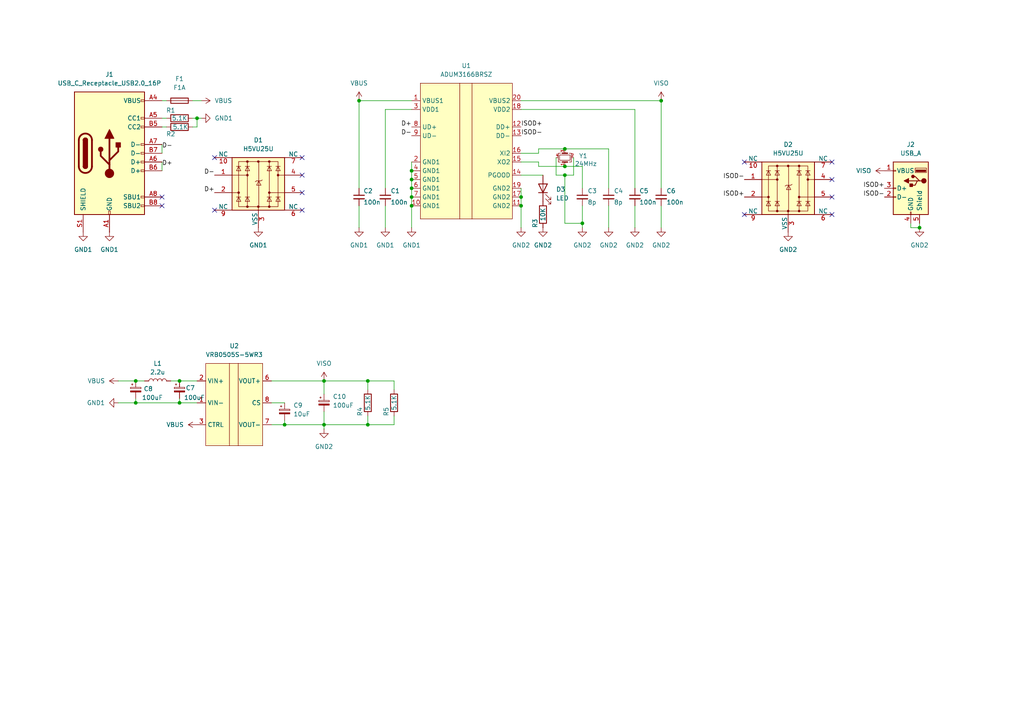
<source format=kicad_sch>
(kicad_sch (version 20231120) (generator "eeschema") (generator_version "8.0")
  (paper "A4")
  (lib_symbols
    (symbol "Connector:USB_A" (pin_names (offset 1.016))
      (property "Reference" "J" (at -5.08 11.43 0))
      (property "Value" "USB_A" (at -5.08 8.89 0))
      (symbol "USB_A_0_1"
        (rectangle (start -5.08 -7.62) (end 5.08 7.62) (stroke (width 0.254)) (fill (type background)))
        (circle (center -3.81 2.159) (radius 0.635) (stroke (width 0.254)) (fill (type outline)))
        (rectangle (start -1.524 4.826) (end -4.318 5.334) (fill (type outline)))
        (rectangle (start -1.27 4.572) (end -4.572 5.842))
        (circle (center -0.635 3.429) (radius 0.381) (stroke (width 0.254)) (fill (type outline)))
        (rectangle (start -0.127 -7.62) (end 0.127 -6.858))
        (polyline (pts (xy -3.175 2.159) (xy -2.54 2.159) (xy -1.27 3.429) (xy -0.635 3.429)) (stroke (width 0.254)))
        (polyline (pts (xy -2.54 2.159) (xy -1.905 2.159) (xy -1.27 0.889) (xy 0 0.889)) (stroke (width 0.254)))
        (polyline (pts (xy 0.635 2.794) (xy 0.635 1.524) (xy 1.905 2.159) (xy 0.635 2.794)) (stroke (width 0.254)) (fill (type outline)))
        (rectangle (start 0.254 1.27) (end -0.508 0.508) (stroke (width 0.254)) (fill (type outline)))
        (rectangle (start 5.08 -2.667) (end 4.318 -2.413))
        (rectangle (start 5.08 -0.127) (end 4.318 0.127))
        (rectangle (start 5.08 4.953) (end 4.318 5.207))
      )
      (symbol "USB_A_1_1"
        (polyline (pts (xy -1.905 2.159) (xy 0.635 2.159)) (stroke (width 0.254)))
        (pin power_in line (at 7.62 5.08 180) (length 2.54) (name "VBUS") (number "1"))
        (pin bidirectional line (at 7.62 -2.54 180) (length 2.54) (name "D-") (number "2"))
        (pin bidirectional line (at 7.62 0 180) (length 2.54) (name "D+") (number "3"))
        (pin power_in line (at 0 -10.16 90) (length 2.54) (name "GND") (number "4"))
        (pin passive line (at -2.54 -10.16 90) (length 2.54) (name "Shield") (number "5"))
      )
    )
    (symbol "Connector:USB_C_Receptacle_USB2.0_16P" (pin_names (offset 1.016))
      (property "Reference" "J" (at 0 22.225 0))
      (property "Value" "USB_C_Receptacle_USB2.0_16P" (at 0 19.685 0))
      (symbol "USB_C_Receptacle_USB2.0_16P_0_0"
        (rectangle (start -0.254 -17.78) (end 0.254 -16.764))
        (rectangle (start 10.16 -14.986) (end 9.144 -15.494))
        (rectangle (start 10.16 -12.446) (end 9.144 -12.954))
        (rectangle (start 10.16 -4.826) (end 9.144 -5.334))
        (rectangle (start 10.16 -2.286) (end 9.144 -2.794))
        (rectangle (start 10.16 0.254) (end 9.144 -0.254))
        (rectangle (start 10.16 2.794) (end 9.144 2.286))
        (rectangle (start 10.16 7.874) (end 9.144 7.366))
        (rectangle (start 10.16 10.414) (end 9.144 9.906))
        (rectangle (start 10.16 15.494) (end 9.144 14.986))
      )
      (symbol "USB_C_Receptacle_USB2.0_16P_0_1"
        (rectangle (start -10.16 17.78) (end 10.16 -17.78) (stroke (width 0.254)) (fill (type background)))
        (arc (start -8.89 -3.81) (mid -6.985 -5.7067) (end -5.08 -3.81) (stroke (width 0.508)))
        (arc (start -7.62 -3.81) (mid -6.985 -4.4423) (end -6.35 -3.81) (stroke (width 0.254)))
        (arc (start -7.62 -3.81) (mid -6.985 -4.4423) (end -6.35 -3.81) (stroke (width 0.254)) (fill (type outline)))
        (rectangle (start -7.62 -3.81) (end -6.35 3.81) (stroke (width 0.254)) (fill (type outline)))
        (arc (start -6.35 3.81) (mid -6.985 4.4423) (end -7.62 3.81) (stroke (width 0.254)))
        (arc (start -6.35 3.81) (mid -6.985 4.4423) (end -7.62 3.81) (stroke (width 0.254)) (fill (type outline)))
        (arc (start -5.08 3.81) (mid -6.985 5.7067) (end -8.89 3.81) (stroke (width 0.508)))
        (circle (center -2.54 1.143) (radius 0.635) (stroke (width 0.254)) (fill (type outline)))
        (circle (center 0 -5.842) (radius 1.27) (fill (type outline)))
        (polyline (pts (xy -8.89 -3.81) (xy -8.89 3.81)) (stroke (width 0.508)))
        (polyline (pts (xy -5.08 3.81) (xy -5.08 -3.81)) (stroke (width 0.508)))
        (polyline (pts (xy 0 -5.842) (xy 0 4.318)) (stroke (width 0.508)))
        (polyline (pts (xy 0 -3.302) (xy -2.54 -0.762) (xy -2.54 0.508)) (stroke (width 0.508)))
        (polyline (pts (xy 0 -2.032) (xy 2.54 0.508) (xy 2.54 1.778)) (stroke (width 0.508)))
        (polyline (pts (xy -1.27 4.318) (xy 0 6.858) (xy 1.27 4.318) (xy -1.27 4.318)) (stroke (width 0.254)) (fill (type outline)))
        (rectangle (start 1.905 1.778) (end 3.175 3.048) (stroke (width 0.254)) (fill (type outline)))
      )
      (symbol "USB_C_Receptacle_USB2.0_16P_1_1"
        (pin passive line (at 0 -22.86 90) (length 5.08) (name "GND") (number "A1"))
        (pin passive line (at 0 -22.86 90) (length 5.08) hide (name "GND") (number "A12"))
        (pin passive line (at 15.24 15.24 180) (length 5.08) (name "VBUS") (number "A4"))
        (pin bidirectional line (at 15.24 10.16 180) (length 5.08) (name "CC1") (number "A5"))
        (pin bidirectional line (at 15.24 -2.54 180) (length 5.08) (name "D+") (number "A6"))
        (pin bidirectional line (at 15.24 2.54 180) (length 5.08) (name "D-") (number "A7"))
        (pin bidirectional line (at 15.24 -12.7 180) (length 5.08) (name "SBU1") (number "A8"))
        (pin passive line (at 15.24 15.24 180) (length 5.08) hide (name "VBUS") (number "A9"))
        (pin passive line (at 0 -22.86 90) (length 5.08) hide (name "GND") (number "B1"))
        (pin passive line (at 0 -22.86 90) (length 5.08) hide (name "GND") (number "B12"))
        (pin passive line (at 15.24 15.24 180) (length 5.08) hide (name "VBUS") (number "B4"))
        (pin bidirectional line (at 15.24 7.62 180) (length 5.08) (name "CC2") (number "B5"))
        (pin bidirectional line (at 15.24 -5.08 180) (length 5.08) (name "D+") (number "B6"))
        (pin bidirectional line (at 15.24 0 180) (length 5.08) (name "D-") (number "B7"))
        (pin bidirectional line (at 15.24 -15.24 180) (length 5.08) (name "SBU2") (number "B8"))
        (pin passive line (at 15.24 15.24 180) (length 5.08) hide (name "VBUS") (number "B9"))
        (pin passive line (at -7.62 -22.86 90) (length 5.08) (name "SHIELD") (number "S1"))
      )
    )
    (symbol "Device:C_Polarized_Small" (pin_numbers hide) (pin_names (offset 0.254) hide)
      (property "Reference" "C" (at 0.254 1.778 0))
      (property "Value" "C_Polarized_Small" (at 0.254 -2.032 0))
      (symbol "C_Polarized_Small_0_1"
        (rectangle (start -1.524 -0.3048) (end 1.524 -0.6858) (fill (type outline)))
        (rectangle (start -1.524 0.6858) (end 1.524 0.3048))
        (polyline (pts (xy -1.27 1.524) (xy -0.762 1.524)))
        (polyline (pts (xy -1.016 1.27) (xy -1.016 1.778)))
      )
      (symbol "C_Polarized_Small_1_1"
        (pin passive line (at 0 2.54 270) (length 1.8542) (name "~") (number "1"))
        (pin passive line (at 0 -2.54 90) (length 1.8542) (name "~") (number "2"))
      )
    )
    (symbol "Device:C_Small" (pin_numbers hide) (pin_names (offset 0.254) hide)
      (property "Reference" "C" (at 0.254 1.778 0))
      (property "Value" "C_Small" (at 0.254 -2.032 0))
      (symbol "C_Small_0_1"
        (polyline (pts (xy -1.524 -0.508) (xy 1.524 -0.508)) (stroke (width 0.3302)))
        (polyline (pts (xy -1.524 0.508) (xy 1.524 0.508)) (stroke (width 0.3048)))
      )
      (symbol "C_Small_1_1"
        (pin passive line (at 0 2.54 270) (length 2.032) (name "~") (number "1"))
        (pin passive line (at 0 -2.54 90) (length 2.032) (name "~") (number "2"))
      )
    )
    (symbol "Device:Crystal_GND24_Small" (pin_names (offset 1.016) hide)
      (property "Reference" "Y" (at 1.27 4.445 0))
      (property "Value" "Crystal_GND24_Small" (at 1.27 2.54 0))
      (symbol "Crystal_GND24_Small_0_1"
        (rectangle (start -0.762 -1.524) (end 0.762 1.524))
        (polyline (pts (xy -1.27 -0.762) (xy -1.27 0.762)) (stroke (width 0.381)))
        (polyline (pts (xy 1.27 -0.762) (xy 1.27 0.762)) (stroke (width 0.381)))
        (polyline (pts (xy -1.27 -1.27) (xy -1.27 -1.905) (xy 1.27 -1.905) (xy 1.27 -1.27)))
        (polyline (pts (xy -1.27 1.27) (xy -1.27 1.905) (xy 1.27 1.905) (xy 1.27 1.27)))
      )
      (symbol "Crystal_GND24_Small_1_1"
        (pin passive line (at -2.54 0 0) (length 1.27) (name "1") (number "1"))
        (pin passive line (at 0 -2.54 90) (length 0.635) (name "2") (number "2"))
        (pin passive line (at 2.54 0 180) (length 1.27) (name "3") (number "3"))
        (pin passive line (at 0 2.54 270) (length 0.635) (name "4") (number "4"))
      )
    )
    (symbol "Device:Fuse" (pin_numbers hide) (pin_names (offset 0))
      (property "Reference" "F" (at 2.032 0 90))
      (property "Value" "Fuse" (at -1.905 0 90))
      (symbol "Fuse_0_1"
        (rectangle (start -0.762 -2.54) (end 0.762 2.54) (stroke (width 0.254)))
        (polyline (pts (xy 0 2.54) (xy 0 -2.54)))
      )
      (symbol "Fuse_1_1"
        (pin passive line (at 0 3.81 270) (length 1.27) (name "~") (number "1"))
        (pin passive line (at 0 -3.81 90) (length 1.27) (name "~") (number "2"))
      )
    )
    (symbol "Device:L" (pin_numbers hide) (pin_names (offset 1.016) hide)
      (property "Reference" "L" (at -1.27 0 90))
      (property "Value" "L" (at 1.905 0 90))
      (symbol "L_0_1"
        (arc (start 0 -2.54) (mid 0.6323 -1.905) (end 0 -1.27))
        (arc (start 0 -1.27) (mid 0.6323 -0.635) (end 0 0))
        (arc (start 0 0) (mid 0.6323 0.635) (end 0 1.27))
        (arc (start 0 1.27) (mid 0.6323 1.905) (end 0 2.54))
      )
      (symbol "L_1_1"
        (pin passive line (at 0 3.81 270) (length 1.27) (name "1") (number "1"))
        (pin passive line (at 0 -3.81 90) (length 1.27) (name "2") (number "2"))
      )
    )
    (symbol "Device:LED" (pin_numbers hide) (pin_names (offset 1.016) hide)
      (property "Reference" "D" (at 0 2.54 0))
      (property "Value" "LED" (at 0 -2.54 0))
      (symbol "LED_0_1"
        (polyline (pts (xy -1.27 -1.27) (xy -1.27 1.27)) (stroke (width 0.254)))
        (polyline (pts (xy -1.27 0) (xy 1.27 0)))
        (polyline (pts (xy 1.27 -1.27) (xy 1.27 1.27) (xy -1.27 0) (xy 1.27 -1.27)) (stroke (width 0.254)))
        (polyline (pts (xy -3.048 -0.762) (xy -4.572 -2.286) (xy -3.81 -2.286) (xy -4.572 -2.286) (xy -4.572 -1.524)))
        (polyline (pts (xy -1.778 -0.762) (xy -3.302 -2.286) (xy -2.54 -2.286) (xy -3.302 -2.286) (xy -3.302 -1.524)))
      )
      (symbol "LED_1_1"
        (pin passive line (at -3.81 0 0) (length 2.54) (name "K") (number "1"))
        (pin passive line (at 3.81 0 180) (length 2.54) (name "A") (number "2"))
      )
    )
    (symbol "Device:R" (pin_numbers hide) (pin_names (offset 0))
      (property "Reference" "R" (at 2.032 0 90))
      (property "Value" "R" (at 0 0 90))
      (symbol "R_0_1"
        (rectangle (start -1.016 -2.54) (end 1.016 2.54) (stroke (width 0.254)))
      )
      (symbol "R_1_1"
        (pin passive line (at 0 3.81 270) (length 1.27) (name "~") (number "1"))
        (pin passive line (at 0 -3.81 90) (length 1.27) (name "~") (number "2"))
      )
    )
    (symbol "Power_Protection:D3V3XA4B10LP" (pin_names (offset 0))
      (property "Reference" "U" (at -0.635 8.89 0))
      (property "Value" "D3V3XA4B10LP" (at 8.89 -10.16 0))
      (symbol "D3V3XA4B10LP_0_0"
        (rectangle (start -5.715 6.477) (end 5.715 -6.604))
        (polyline (pts (xy -3.175 -6.604) (xy -3.175 6.477)))
        (polyline (pts (xy 0.127 6.477) (xy 0.127 -6.604)))
        (polyline (pts (xy 3.175 6.477) (xy 3.175 -6.604)))
      )
      (symbol "D3V3XA4B10LP_0_1"
        (rectangle (start -7.62 7.62) (end 7.62 -7.62) (stroke (width 0.254)) (fill (type background)))
        (circle (center -5.715 -2.54) (radius 0.2794) (fill (type outline)))
        (circle (center -3.175 -6.604) (radius 0.2794) (fill (type outline)))
        (circle (center -3.175 2.54) (radius 0.2794) (fill (type outline)))
        (circle (center -3.175 6.477) (radius 0.2794) (fill (type outline)))
        (circle (center 0 -6.604) (radius 0.2794) (fill (type outline)))
        (polyline (pts (xy -7.747 2.54) (xy -3.175 2.54)))
        (polyline (pts (xy -7.62 -2.54) (xy -5.715 -2.54)))
        (polyline (pts (xy -5.08 -3.81) (xy -6.35 -3.81)))
        (polyline (pts (xy -5.08 5.08) (xy -6.35 5.08)))
        (polyline (pts (xy -2.54 -3.81) (xy -3.81 -3.81)))
        (polyline (pts (xy -2.54 5.08) (xy -3.81 5.08)))
        (polyline (pts (xy -0.508 0.889) (xy -0.889 0.635)))
        (polyline (pts (xy 0 -6.604) (xy 0 -7.62)))
        (polyline (pts (xy 0.762 0.889) (xy -0.508 0.889)))
        (polyline (pts (xy 0.762 0.889) (xy 1.143 1.143)))
        (polyline (pts (xy 3.81 -3.81) (xy 2.54 -3.81)))
        (polyline (pts (xy 3.81 5.08) (xy 2.54 5.08)))
        (polyline (pts (xy 6.35 -3.81) (xy 5.08 -3.81)))
        (polyline (pts (xy 6.35 5.08) (xy 5.08 5.08)))
        (polyline (pts (xy 7.62 -2.54) (xy 3.175 -2.54)))
        (polyline (pts (xy 7.62 2.54) (xy 5.715 2.54)))
        (polyline (pts (xy -5.08 -5.08) (xy -6.35 -5.08) (xy -5.715 -3.81) (xy -5.08 -5.08)))
        (polyline (pts (xy -5.08 3.81) (xy -6.35 3.81) (xy -5.715 5.08) (xy -5.08 3.81)))
        (polyline (pts (xy -2.54 -5.08) (xy -3.81 -5.08) (xy -3.175 -3.81) (xy -2.54 -5.08)))
        (polyline (pts (xy -2.54 3.81) (xy -3.81 3.81) (xy -3.175 5.08) (xy -2.54 3.81)))
        (polyline (pts (xy 0.762 -0.381) (xy -0.508 -0.381) (xy 0.127 0.889) (xy 0.762 -0.381)))
        (polyline (pts (xy 3.81 -5.08) (xy 2.54 -5.08) (xy 3.175 -3.81) (xy 3.81 -5.08)))
        (polyline (pts (xy 3.81 3.81) (xy 2.54 3.81) (xy 3.175 5.08) (xy 3.81 3.81)))
        (polyline (pts (xy 6.35 -5.08) (xy 5.08 -5.08) (xy 5.715 -3.81) (xy 6.35 -5.08)))
        (polyline (pts (xy 6.35 3.81) (xy 5.08 3.81) (xy 5.715 5.08) (xy 6.35 3.81)))
        (circle (center 0 6.477) (radius 0.2794) (fill (type outline)))
        (circle (center 3.175 -6.604) (radius 0.2794) (fill (type outline)))
        (circle (center 3.175 -2.54) (radius 0.2794) (fill (type outline)))
        (circle (center 3.175 6.477) (radius 0.2794) (fill (type outline)))
        (circle (center 5.715 2.54) (radius 0.2794) (fill (type outline)))
      )
      (symbol "D3V3XA4B10LP_1_1"
        (pin passive line (at -12.7 2.54 0) (length 5.08) (name "~") (number "1"))
        (pin free line (at -12.7 7.62 0) (length 5.08) (name "NC") (number "10"))
        (pin passive line (at -12.7 -2.54 0) (length 5.08) (name "~") (number "2"))
        (pin power_in line (at 0 -12.7 90) (length 5.08) (name "VSS") (number "3"))
        (pin passive line (at 12.7 2.54 180) (length 5.08) (name "~") (number "4"))
        (pin passive line (at 12.7 -2.54 180) (length 5.08) (name "~") (number "5"))
        (pin free line (at 12.7 -7.62 180) (length 5.08) (name "NC") (number "6"))
        (pin free line (at 12.7 7.62 180) (length 5.08) (name "NC") (number "7"))
        (pin passive line (at 0 -12.7 90) (length 5.08) hide (name "VSS") (number "8"))
        (pin free line (at -12.7 -7.62 0) (length 5.08) (name "NC") (number "9"))
      )
    )
    (symbol "Symbols:ADUM3166BRSZ"
      (property "Reference" "U" (at 1.016 1.27 0))
      (property "Value" "ADUM3166BRSZ" (at 19.304 -40.894 0))
      (symbol "ADUM3166BRSZ_1_1"
        (polyline (pts (xy 11.43 0) (xy 11.43 -39.37)))
        (polyline (pts (xy 14.986 0) (xy 14.986 -39.37)))
        (rectangle (start 0 0) (end 26.67 -39.37) (fill (type background)))
        (pin power_in line (at -2.54 -5.08 0) (length 2.54) (name "VBUS1") (number "1"))
        (pin power_in line (at -2.54 -35.56 0) (length 2.54) (name "GND1") (number "10"))
        (pin power_in line (at 29.21 -35.56 180) (length 2.54) (name "GND2") (number "11"))
        (pin bidirectional line (at 29.21 -12.7 180) (length 2.54) (name "DD+") (number "12"))
        (pin bidirectional line (at 29.21 -15.24 180) (length 2.54) (name "DD-") (number "13"))
        (pin output line (at 29.21 -26.67 180) (length 2.54) (name "PGOOD") (number "14"))
        (pin bidirectional line (at 29.21 -22.86 180) (length 2.54) (name "XO2") (number "15"))
        (pin bidirectional line (at 29.21 -20.32 180) (length 2.54) (name "XI2") (number "16"))
        (pin power_in line (at 29.21 -33.02 180) (length 2.54) (name "GND2") (number "17"))
        (pin bidirectional line (at 29.21 -7.62 180) (length 2.54) (name "VDD2") (number "18"))
        (pin power_in line (at 29.21 -30.48 180) (length 2.54) (name "GND2") (number "19"))
        (pin power_in line (at -2.54 -22.86 0) (length 2.54) (name "GND1") (number "2"))
        (pin power_in line (at 29.21 -5.08 180) (length 2.54) (name "VBUS2") (number "20"))
        (pin bidirectional line (at -2.54 -7.62 0) (length 2.54) (name "VDD1") (number "3"))
        (pin power_in line (at -2.54 -25.4 0) (length 2.54) (name "GND1") (number "4"))
        (pin power_in line (at -2.54 -27.94 0) (length 2.54) (name "GND1") (number "5"))
        (pin power_in line (at -2.54 -30.48 0) (length 2.54) (name "GND1") (number "6"))
        (pin power_in line (at -2.54 -33.02 0) (length 2.54) (name "GND1") (number "7"))
        (pin bidirectional line (at -2.54 -12.7 0) (length 2.54) (name "UD+") (number "8"))
        (pin bidirectional line (at -2.54 -15.24 0) (length 2.54) (name "UD-") (number "9"))
      )
    )
    (symbol "Symbols:VRB0505S-5WR3"
      (property "Reference" "U" (at 0.508 1.016 0))
      (property "Value" "VRB0505S-5WR3" (at 8.128 -25.4 0))
      (symbol "VRB0505S-5WR3_1_1"
        (polyline (pts (xy 6.858 0) (xy 6.858 -23.876)))
        (polyline (pts (xy 9.398 0) (xy 9.398 -23.876)))
        (rectangle (start 0 0) (end 16.51 -23.876) (fill (type background)))
        (pin power_in line (at -2.54 -11.43 0) (length 2.54) (name "VIN-") (number "1"))
        (pin power_in line (at -2.54 -5.08 0) (length 2.54) (name "VIN+") (number "2"))
        (pin input line (at -2.54 -17.78 0) (length 2.54) (name "CTRL") (number "3"))
        (pin power_out line (at 19.05 -5.08 180) (length 2.54) (name "VOUT+") (number "6"))
        (pin power_out line (at 19.05 -17.78 180) (length 2.54) (name "VOUT-") (number "7"))
        (pin bidirectional line (at 19.05 -11.43 180) (length 2.54) (name "CS") (number "8"))
      )
    )
    (symbol "power:GND1" (power) (pin_numbers hide) (pin_names (offset 0) hide)
      (property "Value" "GND1" (at 0 -3.81 0))
      (symbol "GND1_0_1"
        (polyline (pts (xy 0 0) (xy 0 -1.27) (xy 1.27 -1.27) (xy 0 -2.54) (xy -1.27 -1.27) (xy 0 -1.27)))
      )
      (symbol "GND1_1_1"
        (pin power_in line (at 0 0 270) (length 0) (name "~") (number "1"))
      )
    )
    (symbol "power:GND2" (power) (pin_numbers hide) (pin_names (offset 0) hide)
      (property "Value" "GND2" (at 0 -3.81 0))
      (symbol "GND2_0_1"
        (polyline (pts (xy 0 0) (xy 0 -1.27) (xy 1.27 -1.27) (xy 0 -2.54) (xy -1.27 -1.27) (xy 0 -1.27)))
      )
      (symbol "GND2_1_1"
        (pin power_in line (at 0 0 270) (length 0) (name "~") (number "1"))
      )
    )
    (symbol "power:VBUS" (power) (pin_numbers hide) (pin_names (offset 0) hide)
      (property "Value" "VBUS" (at 0 3.556 0))
      (symbol "VBUS_0_1"
        (polyline (pts (xy -0.762 1.27) (xy 0 2.54)))
        (polyline (pts (xy 0 0) (xy 0 2.54)))
        (polyline (pts (xy 0 2.54) (xy 0.762 1.27)))
      )
      (symbol "VBUS_1_1"
        (pin power_in line (at 0 0 90) (length 0) (name "~") (number "1"))
      )
    )
  )
  (junction (at 39.37 116.84))
  (junction (at 151.13 57.15))
  (junction (at 119.38 57.15))
  (junction (at 106.68 123.19))
  (junction (at 163.83 48.26))
  (junction (at 163.83 50.8))
  (junction (at 119.38 54.61))
  (junction (at 57.15 34.29))
  (junction (at 82.55 123.19))
  (junction (at 119.38 52.07))
  (junction (at 39.37 110.49))
  (junction (at 119.38 49.53))
  (junction (at 163.83 43.18))
  (junction (at 52.07 116.84))
  (junction (at 168.91 64.77))
  (junction (at 106.68 110.49))
  (junction (at 52.07 110.49))
  (junction (at 93.98 123.19))
  (junction (at 266.7 66.04))
  (junction (at 191.77 29.21))
  (junction (at 119.38 59.69))
  (junction (at 151.13 59.69))
  (junction (at 104.14 29.21))
  (junction (at 93.98 110.49))
  (no_connect (at 241.3 52.07))
  (no_connect (at 87.63 50.8))
  (no_connect (at 241.3 46.99))
  (no_connect (at 62.23 45.72))
  (no_connect (at 215.9 46.99))
  (no_connect (at 46.99 57.15))
  (no_connect (at 241.3 57.15))
  (no_connect (at 87.63 45.72))
  (no_connect (at 62.23 60.96))
  (no_connect (at 87.63 60.96))
  (no_connect (at 215.9 62.23))
  (no_connect (at 46.99 59.69))
  (no_connect (at 87.63 55.88))
  (no_connect (at 241.3 62.23))
  (wire (pts (xy 111.76 66.04) (xy 111.76 59.69)))
  (wire (pts (xy 151.13 50.8) (xy 157.48 50.8)))
  (wire (pts (xy 168.91 59.69) (xy 168.91 64.77)))
  (wire (pts (xy 119.38 49.53) (xy 119.38 52.07)))
  (wire (pts (xy 184.15 66.04) (xy 184.15 59.69)))
  (wire (pts (xy 46.99 41.91) (xy 46.99 44.45)))
  (wire (pts (xy 176.53 59.69) (xy 176.53 66.04)))
  (wire (pts (xy 168.91 54.61) (xy 168.91 48.26)))
  (wire (pts (xy 264.16 66.04) (xy 266.7 66.04)))
  (wire (pts (xy 161.29 50.8) (xy 163.83 50.8)))
  (wire (pts (xy 46.99 34.29) (xy 48.26 34.29)))
  (wire (pts (xy 151.13 57.15) (xy 151.13 59.69)))
  (wire (pts (xy 106.68 120.65) (xy 106.68 123.19)))
  (wire (pts (xy 93.98 114.3) (xy 93.98 110.49)))
  (wire (pts (xy 119.38 66.04) (xy 119.38 59.69)))
  (wire (pts (xy 119.38 52.07) (xy 119.38 54.61)))
  (wire (pts (xy 55.88 36.83) (xy 57.15 36.83)))
  (wire (pts (xy 119.38 54.61) (xy 119.38 57.15)))
  (wire (pts (xy 104.14 29.21) (xy 119.38 29.21)))
  (wire (pts (xy 82.55 123.19) (xy 93.98 123.19)))
  (wire (pts (xy 52.07 116.84) (xy 57.15 116.84)))
  (wire (pts (xy 106.68 110.49) (xy 114.3 110.49)))
  (wire (pts (xy 156.21 44.45) (xy 156.21 43.18)))
  (wire (pts (xy 55.88 29.21) (xy 58.42 29.21)))
  (wire (pts (xy 161.29 45.72) (xy 161.29 50.8)))
  (wire (pts (xy 93.98 110.49) (xy 106.68 110.49)))
  (wire (pts (xy 119.38 57.15) (xy 119.38 59.69)))
  (wire (pts (xy 106.68 123.19) (xy 114.3 123.19)))
  (wire (pts (xy 176.53 54.61) (xy 176.53 43.18)))
  (wire (pts (xy 52.07 110.49) (xy 57.15 110.49)))
  (wire (pts (xy 184.15 54.61) (xy 184.15 31.75)))
  (wire (pts (xy 156.21 46.99) (xy 156.21 48.26)))
  (wire (pts (xy 78.74 123.19) (xy 82.55 123.19)))
  (wire (pts (xy 82.55 121.92) (xy 82.55 123.19)))
  (wire (pts (xy 111.76 54.61) (xy 111.76 31.75)))
  (wire (pts (xy 57.15 34.29) (xy 57.15 36.83)))
  (wire (pts (xy 151.13 29.21) (xy 191.77 29.21)))
  (wire (pts (xy 119.38 46.99) (xy 119.38 49.53)))
  (wire (pts (xy 151.13 44.45) (xy 156.21 44.45)))
  (wire (pts (xy 163.83 50.8) (xy 163.83 64.77)))
  (wire (pts (xy 168.91 64.77) (xy 168.91 66.04)))
  (wire (pts (xy 57.15 34.29) (xy 58.42 34.29)))
  (wire (pts (xy 52.07 115.57) (xy 52.07 116.84)))
  (wire (pts (xy 46.99 29.21) (xy 48.26 29.21)))
  (wire (pts (xy 39.37 115.57) (xy 39.37 116.84)))
  (wire (pts (xy 191.77 54.61) (xy 191.77 29.21)))
  (wire (pts (xy 163.83 48.26) (xy 168.91 48.26)))
  (wire (pts (xy 163.83 64.77) (xy 168.91 64.77)))
  (wire (pts (xy 106.68 113.03) (xy 106.68 110.49)))
  (wire (pts (xy 264.16 64.77) (xy 264.16 66.04)))
  (wire (pts (xy 55.88 34.29) (xy 57.15 34.29)))
  (wire (pts (xy 93.98 119.38) (xy 93.98 123.19)))
  (wire (pts (xy 266.7 66.04) (xy 266.7 64.77)))
  (wire (pts (xy 156.21 48.26) (xy 163.83 48.26)))
  (wire (pts (xy 78.74 116.84) (xy 82.55 116.84)))
  (wire (pts (xy 114.3 113.03) (xy 114.3 110.49)))
  (wire (pts (xy 34.29 116.84) (xy 39.37 116.84)))
  (wire (pts (xy 184.15 31.75) (xy 151.13 31.75)))
  (wire (pts (xy 166.37 45.72) (xy 166.37 50.8)))
  (wire (pts (xy 93.98 110.49) (xy 78.74 110.49)))
  (wire (pts (xy 34.29 110.49) (xy 39.37 110.49)))
  (wire (pts (xy 104.14 29.21) (xy 104.14 54.61)))
  (wire (pts (xy 93.98 124.46) (xy 93.98 123.19)))
  (wire (pts (xy 151.13 59.69) (xy 151.13 66.04)))
  (wire (pts (xy 46.99 46.99) (xy 46.99 49.53)))
  (wire (pts (xy 46.99 36.83) (xy 48.26 36.83)))
  (wire (pts (xy 39.37 116.84) (xy 52.07 116.84)))
  (wire (pts (xy 93.98 123.19) (xy 106.68 123.19)))
  (wire (pts (xy 49.53 110.49) (xy 52.07 110.49)))
  (wire (pts (xy 39.37 110.49) (xy 41.91 110.49)))
  (wire (pts (xy 151.13 46.99) (xy 156.21 46.99)))
  (wire (pts (xy 111.76 31.75) (xy 119.38 31.75)))
  (wire (pts (xy 163.83 43.18) (xy 176.53 43.18)))
  (wire (pts (xy 191.77 66.04) (xy 191.77 59.69)))
  (wire (pts (xy 151.13 54.61) (xy 151.13 57.15)))
  (wire (pts (xy 114.3 120.65) (xy 114.3 123.19)))
  (wire (pts (xy 104.14 66.04) (xy 104.14 59.69)))
  (wire (pts (xy 166.37 50.8) (xy 163.83 50.8)))
  (wire (pts (xy 156.21 43.18) (xy 163.83 43.18)))
  (label "ISOD+" (at 256.54 54.61 180))
  (label "D-" (at 62.23 50.8 180))
  (label "ISOD-" (at 151.13 39.37 0))
  (label "D+" (at 46.99 48.26 0))
  (label "D-" (at 46.99 43.18 0))
  (label "ISOD+" (at 151.13 36.83 0))
  (label "ISOD+" (at 215.9 57.15 180))
  (label "D+" (at 119.38 36.83 180))
  (label "ISOD-" (at 256.54 57.15 180))
  (label "D-" (at 119.38 39.37 180))
  (label "D+" (at 62.23 55.88 180))
  (label "ISOD-" (at 215.9 52.07 180))
  (symbol (lib_id "power:GND1") (at 24.13 67.31 0) (unit 1)
    (property "Reference" "#PWR08" (effects (hide yes)))
    (property "Value" "GND1" (at 24.13 72.39 0))
    (property "Description" "Power symbol creates a global label with name \"GND1\" , ground" (effects (hide yes)))
  )
  (symbol (lib_id "power:VBUS") (at 58.42 29.21 270) (unit 1)
    (property "Reference" "#PWR01" (effects (hide yes)))
    (property "Value" "VBUS" (at 62.23 29.2099 90) (effects (justify left)))
    (property "Description" "Power symbol creates a global label with name \"VBUS\"" (effects (hide yes)))
  )
  (symbol (lib_id "power:GND1") (at 111.76 66.04 0) (unit 1)
    (property "Reference" "#PWR012" (effects (hide yes)))
    (property "Value" "GND1" (at 111.76 71.12 0))
    (property "Description" "Power symbol creates a global label with name \"GND1\" , ground" (effects (hide yes)))
  )
  (symbol (lib_id "power:GND2") (at 266.7 66.04 0) (unit 1)
    (property "Reference" "#PWR018" (effects (hide yes)))
    (property "Value" "GND2" (at 266.7 71.12 0))
    (property "Description" "Power symbol creates a global label with name \"GND2\" , ground" (effects (hide yes)))
  )
  (symbol (lib_id "Device:C_Polarized_Small") (at 52.07 113.03 0) (unit 1)
    (property "Reference" "C7" (at 53.848 112.522 0) (effects (justify left)))
    (property "Value" "100uF" (at 53.34 115.316 0) (effects (justify left)))
    (property "Footprint" "Capacitor_SMD:CP_Elec_6.3x5.4" (effects (hide yes)))
    (property "Description" "Polarized capacitor, small symbol" (effects (hide yes)))
  )
  (symbol (lib_id "Symbols:VRB0505S-5WR3") (at 59.69 105.41 0) (unit 1)
    (property "Reference" "U2" (at 67.945 100.33 0))
    (property "Value" "VRB0505S-5WR3" (at 67.945 102.87 0))
    (property "Footprint" "Footprints:VR_S_5W" (effects (hide yes)))
    (property "Datasheet" "https://item.szlcsc.com/24474896.html" (effects (hide yes)))
    (property "Description" "Isolated 5V-5V power converter" (effects (hide yes)))
  )
  (symbol (lib_id "power:VBUS") (at 104.14 29.21 0) (unit 1)
    (property "Reference" "#PWR010" (effects (hide yes)))
    (property "Value" "VBUS" (at 104.14 24.13 0))
    (property "Description" "Power symbol creates a global label with name \"VBUS\"" (effects (hide yes)))
  )
  (symbol (lib_id "power:GND1") (at 74.93 66.04 0) (unit 1)
    (property "Reference" "#PWR05" (effects (hide yes)))
    (property "Value" "GND1" (at 74.93 71.12 0))
    (property "Description" "Power symbol creates a global label with name \"GND1\" , ground" (effects (hide yes)))
  )
  (symbol (lib_id "Device:R") (at 157.48 62.23 180) (unit 1)
    (property "Reference" "R3" (at 155.194 64.77 90))
    (property "Value" "10K" (at 157.48 62.23 90))
    (property "Footprint" "Resistor_SMD:R_0603_1608Metric_Pad0.98x0.95mm_HandSolder" (effects (hide yes)))
    (property "Description" "Resistor" (effects (hide yes)))
  )
  (symbol (lib_id "Device:R") (at 114.3 116.84 180) (unit 1)
    (property "Reference" "R5" (at 112.014 119.38 90))
    (property "Value" "5.1K" (at 114.3 116.84 90))
    (property "Footprint" "Resistor_SMD:R_0603_1608Metric_Pad0.98x0.95mm_HandSolder" (effects (hide yes)))
    (property "Description" "Resistor" (effects (hide yes)))
  )
  (symbol (lib_id "power:GND2") (at 176.53 66.04 0) (unit 1)
    (property "Reference" "#PWR020" (effects (hide yes)))
    (property "Value" "GND2" (at 176.53 71.12 0))
    (property "Description" "Power symbol creates a global label with name \"GND2\" , ground" (effects (hide yes)))
  )
  (symbol (lib_id "Device:R") (at 106.68 116.84 180) (unit 1)
    (property "Reference" "R4" (at 104.394 119.38 90))
    (property "Value" "5.1K" (at 106.68 116.84 90))
    (property "Footprint" "Resistor_SMD:R_0603_1608Metric_Pad0.98x0.95mm_HandSolder" (effects (hide yes)))
    (property "Description" "Resistor" (effects (hide yes)))
  )
  (symbol (lib_id "Device:LED") (at 157.48 54.61 90) (unit 1)
    (property "Reference" "D3" (at 161.29 54.9274 90) (effects (justify right)))
    (property "Value" "LED" (at 161.29 57.4674 90) (effects (justify right)))
    (property "Footprint" "LED_SMD:LED_0603_1608Metric_Pad1.05x0.95mm_HandSolder" (effects (hide yes)))
    (property "Description" "Light emitting diode" (effects (hide yes)))
  )
  (symbol (lib_id "Device:C_Small") (at 168.91 57.15 0) (unit 1)
    (property "Reference" "C3" (at 170.434 55.372 0) (effects (justify left)))
    (property "Value" "8p" (at 170.434 58.674 0) (effects (justify left)))
    (property "Footprint" "Capacitor_SMD:C_0402_1005Metric_Pad0.74x0.62mm_HandSolder" (effects (hide yes)))
    (property "Description" "Unpolarized capacitor, small symbol" (effects (hide yes)))
  )
  (symbol (lib_id "Device:C_Small") (at 191.77 57.15 0) (unit 1)
    (property "Reference" "C6" (at 193.294 55.372 0) (effects (justify left)))
    (property "Value" "100n" (at 193.294 58.674 0) (effects (justify left)))
    (property "Footprint" "Capacitor_SMD:C_0603_1608Metric_Pad1.08x0.95mm_HandSolder" (effects (hide yes)))
    (property "Description" "Unpolarized capacitor, small symbol" (effects (hide yes)))
  )
  (symbol (lib_id "power:GND1") (at 93.98 124.46 0) (unit 1)
    (property "Reference" "#PWR023" (effects (hide yes)))
    (property "Value" "GND2" (at 93.98 129.54 0))
    (property "Description" "Power symbol creates a global label with name \"GND1\" , ground" (effects (hide yes)))
  )
  (symbol (lib_id "Device:C_Polarized_Small") (at 93.98 116.84 0) (unit 1)
    (property "Reference" "C10" (at 96.52 115.0238 0) (effects (justify left)))
    (property "Value" "100uF" (at 96.52 117.5638 0) (effects (justify left)))
    (property "Footprint" "Capacitor_SMD:CP_Elec_6.3x5.4" (effects (hide yes)))
    (property "Description" "Polarized capacitor, small symbol" (effects (hide yes)))
  )
  (symbol (lib_id "Device:C_Small") (at 184.15 57.15 0) (unit 1)
    (property "Reference" "C5" (at 185.42 55.372 0) (effects (justify left)))
    (property "Value" "100n" (at 185.42 58.674 0) (effects (justify left)))
    (property "Footprint" "Capacitor_SMD:C_0603_1608Metric_Pad1.08x0.95mm_HandSolder" (effects (hide yes)))
    (property "Description" "Unpolarized capacitor, small symbol" (effects (hide yes)))
  )
  (symbol (lib_id "power:VBUS") (at 191.77 29.21 0) (unit 1)
    (property "Reference" "#PWR015" (effects (hide yes)))
    (property "Value" "VISO" (at 191.77 24.13 0))
    (property "Description" "Power symbol creates a global label with name \"VBUS\"" (effects (hide yes)))
  )
  (symbol (lib_id "Device:C_Polarized_Small") (at 39.37 113.03 0) (unit 1)
    (property "Reference" "C8" (at 41.656 112.776 0) (effects (justify left)))
    (property "Value" "100uF" (at 41.148 115.316 0) (effects (justify left)))
    (property "Footprint" "Capacitor_SMD:CP_Elec_6.3x5.4" (effects (hide yes)))
    (property "Description" "Polarized capacitor, small symbol" (effects (hide yes)))
  )
  (symbol (lib_id "Power_Protection:D3V3XA4B10LP") (at 74.93 53.34 0) (unit 1)
    (property "Reference" "D1" (at 74.93 40.64 0))
    (property "Value" "H5VU25U" (at 74.93 43.18 0))
    (property "Footprint" "Package_DFN_QFN:Diodes_UDFN-10_1.0x2.5mm_P0.5mm" (effects (hide yes)))
    (property "Datasheet" "https://www.diodes.com/assets/Datasheets/D3V3XA4B10LP.pdf" (effects (hide yes)))
    (property "Description" "4-Channel Low Capacitance TVS Diode Array, DFN-10" (effects (hide yes)))
  )
  (symbol (lib_id "Connector:USB_C_Receptacle_USB2.0_16P") (at 31.75 44.45 0) (unit 1)
    (property "Reference" "J1" (at 31.75 21.59 0))
    (property "Value" "USB_C_Receptacle_USB2.0_16P" (at 31.75 24.13 0))
    (property "Footprint" "Connector_USB:USB_C_Receptacle_G-Switch_GT-USB-7010ASV" (effects (hide yes)))
    (property "Datasheet" "https://www.usb.org/sites/default/files/documents/usb_type-c.zip" (effects (hide yes)))
    (property "Description" "USB 2.0-only 16P Type-C Receptacle connector" (effects (hide yes)))
  )
  (symbol (lib_id "power:GND2") (at 184.15 66.04 0) (unit 1)
    (property "Reference" "#PWR021" (effects (hide yes)))
    (property "Value" "GND2" (at 184.15 71.12 0))
    (property "Description" "Power symbol creates a global label with name \"GND2\" , ground" (effects (hide yes)))
  )
  (symbol (lib_id "power:GND1") (at 119.38 66.04 0) (unit 1)
    (property "Reference" "#PWR013" (effects (hide yes)))
    (property "Value" "GND1" (at 119.38 71.12 0))
    (property "Description" "Power symbol creates a global label with name \"GND1\" , ground" (effects (hide yes)))
  )
  (symbol (lib_id "power:GND1") (at 31.75 67.31 0) (unit 1)
    (property "Reference" "#PWR07" (effects (hide yes)))
    (property "Value" "GND1" (at 31.75 72.39 0))
    (property "Description" "Power symbol creates a global label with name \"GND1\" , ground" (effects (hide yes)))
  )
  (symbol (lib_id "power:VBUS") (at 256.54 49.53 90) (unit 1)
    (property "Reference" "#PWR016" (effects (hide yes)))
    (property "Value" "VISO" (at 252.73 49.5299 90) (effects (justify left)))
    (property "Description" "Power symbol creates a global label with name \"VBUS\"" (effects (hide yes)))
  )
  (symbol (lib_id "Device:Fuse") (at 52.07 29.21 90) (unit 1)
    (property "Reference" "F1" (at 52.07 22.86 90))
    (property "Value" "F1A" (at 52.07 25.4 90))
    (property "Footprint" "Fuse:Fuse_1206_3216Metric_Pad1.42x1.75mm_HandSolder" (effects (hide yes)))
    (property "Description" "Fuse" (effects (hide yes)))
  )
  (symbol (lib_id "power:VBUS") (at 93.98 110.49 0) (unit 1)
    (property "Reference" "#PWR024" (effects (hide yes)))
    (property "Value" "VISO" (at 93.98 105.41 0))
    (property "Description" "Power symbol creates a global label with name \"VBUS\"" (effects (hide yes)))
  )
  (symbol (lib_id "Device:Crystal_GND24_Small") (at 163.83 45.72 90) (unit 1)
    (property "Reference" "Y1" (at 169.164 45.212 90))
    (property "Value" "24MHz" (at 169.926 47.498 90))
    (property "Footprint" "Crystal:Crystal_SMD_2520-4Pin_2.5x2.0mm" (effects (hide yes)))
    (property "Description" "Four pin crystal, GND on pins 2 and 4, small symbol" (effects (hide yes)))
  )
  (symbol (lib_id "power:GND1") (at 228.6 67.31 0) (unit 1)
    (property "Reference" "#PWR09" (effects (hide yes)))
    (property "Value" "GND2" (at 228.6 72.39 0))
    (property "Description" "Power symbol creates a global label with name \"GND1\" , ground" (effects (hide yes)))
  )
  (symbol (lib_id "power:GND2") (at 168.91 66.04 0) (unit 1)
    (property "Reference" "#PWR019" (effects (hide yes)))
    (property "Value" "GND2" (at 168.91 71.12 0))
    (property "Description" "Power symbol creates a global label with name \"GND2\" , ground" (effects (hide yes)))
  )
  (symbol (lib_id "power:GND1") (at 58.42 34.29 90) (unit 1)
    (property "Reference" "#PWR06" (effects (hide yes)))
    (property "Value" "GND1" (at 62.23 34.2899 90) (effects (justify right)))
    (property "Description" "Power symbol creates a global label with name \"GND1\" , ground" (effects (hide yes)))
  )
  (symbol (lib_id "power:GND1") (at 34.29 116.84 270) (unit 1)
    (property "Reference" "#PWR04" (effects (hide yes)))
    (property "Value" "GND1" (at 30.48 116.8399 90) (effects (justify right)))
    (property "Description" "Power symbol creates a global label with name \"GND1\" , ground" (effects (hide yes)))
  )
  (symbol (lib_id "power:GND2") (at 191.77 66.04 0) (unit 1)
    (property "Reference" "#PWR022" (effects (hide yes)))
    (property "Value" "GND2" (at 191.77 71.12 0))
    (property "Description" "Power symbol creates a global label with name \"GND2\" , ground" (effects (hide yes)))
  )
  (symbol (lib_id "Device:L") (at 45.72 110.49 90) (unit 1)
    (property "Reference" "L1" (at 45.72 105.41 90))
    (property "Value" "2.2u" (at 45.72 107.95 90))
    (property "Footprint" "Inductor_SMD:L_1008_2520Metric_Pad1.43x2.20mm_HandSolder" (effects (hide yes)))
    (property "Description" "Inductor" (effects (hide yes)))
  )
  (symbol (lib_id "Power_Protection:D3V3XA4B10LP") (at 228.6 54.61 0) (unit 1)
    (property "Reference" "D2" (at 228.6 41.91 0))
    (property "Value" "H5VU25U" (at 228.6 44.45 0))
    (property "Footprint" "Package_DFN_QFN:Diodes_UDFN-10_1.0x2.5mm_P0.5mm" (effects (hide yes)))
    (property "Datasheet" "https://www.diodes.com/assets/Datasheets/D3V3XA4B10LP.pdf" (effects (hide yes)))
    (property "Description" "4-Channel Low Capacitance TVS Diode Array, DFN-10" (effects (hide yes)))
  )
  (symbol (lib_id "Device:C_Small") (at 176.53 57.15 0) (unit 1)
    (property "Reference" "C4" (at 178.054 55.372 0) (effects (justify left)))
    (property "Value" "8p" (at 178.054 58.674 0) (effects (justify left)))
    (property "Footprint" "Capacitor_SMD:C_0402_1005Metric_Pad0.74x0.62mm_HandSolder" (effects (hide yes)))
    (property "Description" "Unpolarized capacitor, small symbol" (effects (hide yes)))
  )
  (symbol (lib_id "power:VBUS") (at 57.15 123.19 90) (unit 1)
    (property "Reference" "#PWR03" (effects (hide yes)))
    (property "Value" "VBUS" (at 53.34 123.1899 90) (effects (justify left)))
    (property "Description" "Power symbol creates a global label with name \"VBUS\"" (effects (hide yes)))
  )
  (symbol (lib_id "power:GND2") (at 157.48 66.04 0) (unit 1)
    (property "Reference" "#PWR017" (effects (hide yes)))
    (property "Value" "GND2" (at 157.48 71.12 0))
    (property "Description" "Power symbol creates a global label with name \"GND2\" , ground" (effects (hide yes)))
  )
  (symbol (lib_id "Device:C_Polarized_Small") (at 82.55 119.38 0) (unit 1)
    (property "Reference" "C9" (at 85.09 117.5638 0) (effects (justify left)))
    (property "Value" "10uF" (at 85.09 120.1038 0) (effects (justify left)))
    (property "Footprint" "Capacitor_SMD:CP_Elec_4x5.4" (effects (hide yes)))
    (property "Description" "Polarized capacitor, small symbol" (effects (hide yes)))
  )
  (symbol (lib_id "Symbols:ADUM3166BRSZ") (at 121.92 24.13 0) (unit 1)
    (property "Reference" "U1" (at 135.255 19.05 0))
    (property "Value" "ADUM3166BRSZ" (at 135.255 21.59 0))
    (property "Footprint" "Package_SO:SSOP-20_5.3x7.2mm_P0.65mm" (effects (hide yes)))
    (property "Description" "3.75 kV RMS Digital Isolators for Isolated USB 2.0 High, Full, and Low Speed" (effects (hide yes)))
  )
  (symbol (lib_id "Device:C_Small") (at 104.14 57.15 0) (unit 1)
    (property "Reference" "C2" (at 105.41 55.372 0) (effects (justify left)))
    (property "Value" "100n" (at 105.41 58.674 0) (effects (justify left)))
    (property "Footprint" "Capacitor_SMD:C_0603_1608Metric_Pad1.08x0.95mm_HandSolder" (effects (hide yes)))
    (property "Description" "Unpolarized capacitor, small symbol" (effects (hide yes)))
  )
  (symbol (lib_id "Device:R") (at 52.07 36.83 90) (unit 1)
    (property "Reference" "R2" (at 49.53 38.862 90))
    (property "Value" "5.1K" (at 52.324 36.83 90))
    (property "Footprint" "Resistor_SMD:R_0603_1608Metric_Pad0.98x0.95mm_HandSolder" (effects (hide yes)))
    (property "Description" "Resistor" (effects (hide yes)))
  )
  (symbol (lib_id "power:GND1") (at 104.14 66.04 0) (unit 1)
    (property "Reference" "#PWR011" (effects (hide yes)))
    (property "Value" "GND1" (at 104.14 71.12 0))
    (property "Description" "Power symbol creates a global label with name \"GND1\" , ground" (effects (hide yes)))
  )
  (symbol (lib_id "power:GND2") (at 151.13 66.04 0) (unit 1)
    (property "Reference" "#PWR014" (effects (hide yes)))
    (property "Value" "GND2" (at 151.13 71.12 0))
    (property "Description" "Power symbol creates a global label with name \"GND2\" , ground" (effects (hide yes)))
  )
  (symbol (lib_id "Device:R") (at 52.07 34.29 90) (unit 1)
    (property "Reference" "R1" (at 49.53 32.004 90))
    (property "Value" "5.1K" (at 52.07 34.29 90))
    (property "Footprint" "Resistor_SMD:R_0603_1608Metric_Pad0.98x0.95mm_HandSolder" (effects (hide yes)))
    (property "Description" "Resistor" (effects (hide yes)))
  )
  (symbol (lib_id "power:VBUS") (at 34.29 110.49 90) (unit 1)
    (property "Reference" "#PWR02" (effects (hide yes)))
    (property "Value" "VBUS" (at 30.48 110.4899 90) (effects (justify left)))
    (property "Description" "Power symbol creates a global label with name \"VBUS\"" (effects (hide yes)))
  )
  (symbol (lib_id "Device:C_Small") (at 111.76 57.15 0) (unit 1)
    (property "Reference" "C1" (at 113.284 55.372 0) (effects (justify left)))
    (property "Value" "100n" (at 113.284 58.674 0) (effects (justify left)))
    (property "Footprint" "Capacitor_SMD:C_0603_1608Metric_Pad1.08x0.95mm_HandSolder" (effects (hide yes)))
    (property "Description" "Unpolarized capacitor, small symbol" (effects (hide yes)))
  )
  (symbol (lib_id "Connector:USB_A") (at 264.16 54.61 0) (mirror y) (unit 1)
    (property "Reference" "J2" (at 264.16 41.91 0))
    (property "Value" "USB_A" (at 264.16 44.45 0))
    (property "Footprint" "Connector_USB:USB_A_CONNFLY_DS1095-WNR0" (effects (hide yes)))
    (property "Description" "USB Type A connector" (effects (hide yes)))
  )
)
</source>
